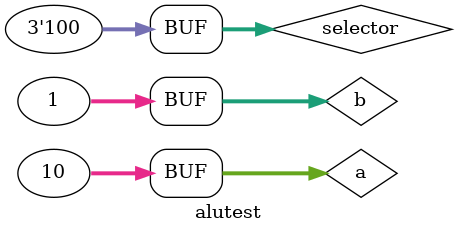
<source format=v>
`timescale 1ns / 1ps

module alutest;

	// Inputs
	reg [31:0] a;
	reg [31:0] b;
	reg [2:0] selector;
	// Outputs
	wire [31:0] out;

	// Instantiate the Unit Under Test (UUT)
	FPALU uut (
		.out(out), 
		.a(a), 
		.b(b), 
		.selector(selector)
	);

	initial begin
		// Initialize Inputs
		a = 0;
		b = 0;
		selector = 0;

		// Wait 100 ns for global reset to finish
		#100;
      a = 10;
		b = 1;
		#100;
      selector = 1;
		#100;
      selector = 2;
		#100;
      selector = 3;
		#100;
      selector = 4;
		// Add stimulus here

	end
endmodule


</source>
